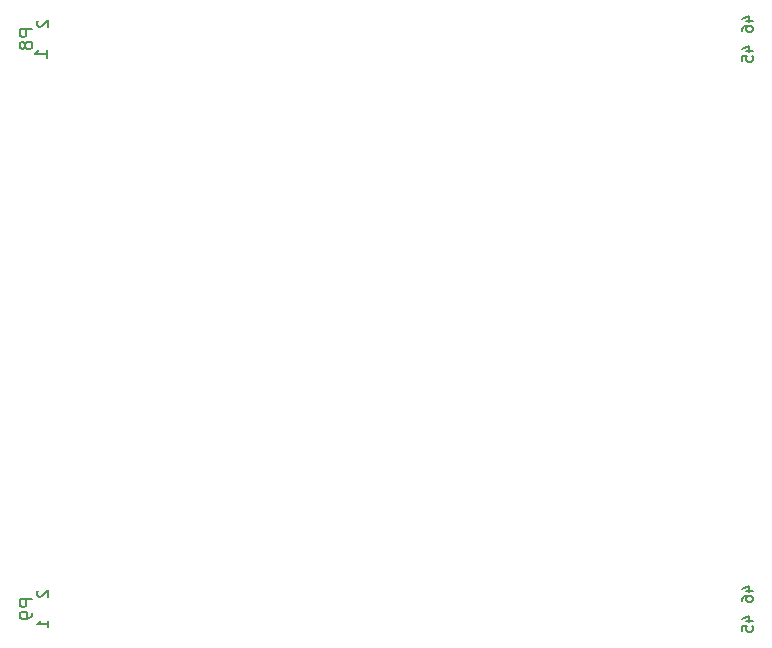
<source format=gbo>
G04 #@! TF.GenerationSoftware,KiCad,Pcbnew,8.0.6*
G04 #@! TF.CreationDate,2025-01-05T21:46:19-05:00*
G04 #@! TF.ProjectId,Beagle-AI-64-CAN-Part1,42656167-6c65-42d4-9149-2d36342d4341,rev?*
G04 #@! TF.SameCoordinates,Original*
G04 #@! TF.FileFunction,Legend,Bot*
G04 #@! TF.FilePolarity,Positive*
%FSLAX46Y46*%
G04 Gerber Fmt 4.6, Leading zero omitted, Abs format (unit mm)*
G04 Created by KiCad (PCBNEW 8.0.6) date 2025-01-05 21:46:19*
%MOMM*%
%LPD*%
G01*
G04 APERTURE LIST*
%ADD10C,0.190500*%
%ADD11C,0.152400*%
G04 APERTURE END LIST*
D10*
X122793983Y-79975226D02*
X121714483Y-79975226D01*
X121714483Y-79975226D02*
X121714483Y-80386464D01*
X121714483Y-80386464D02*
X121765888Y-80489274D01*
X121765888Y-80489274D02*
X121817293Y-80540679D01*
X121817293Y-80540679D02*
X121920102Y-80592083D01*
X121920102Y-80592083D02*
X122074317Y-80592083D01*
X122074317Y-80592083D02*
X122177126Y-80540679D01*
X122177126Y-80540679D02*
X122228531Y-80489274D01*
X122228531Y-80489274D02*
X122279936Y-80386464D01*
X122279936Y-80386464D02*
X122279936Y-79975226D01*
X122177126Y-81208941D02*
X122125721Y-81106131D01*
X122125721Y-81106131D02*
X122074317Y-81054726D01*
X122074317Y-81054726D02*
X121971507Y-81003322D01*
X121971507Y-81003322D02*
X121920102Y-81003322D01*
X121920102Y-81003322D02*
X121817293Y-81054726D01*
X121817293Y-81054726D02*
X121765888Y-81106131D01*
X121765888Y-81106131D02*
X121714483Y-81208941D01*
X121714483Y-81208941D02*
X121714483Y-81414560D01*
X121714483Y-81414560D02*
X121765888Y-81517369D01*
X121765888Y-81517369D02*
X121817293Y-81568774D01*
X121817293Y-81568774D02*
X121920102Y-81620179D01*
X121920102Y-81620179D02*
X121971507Y-81620179D01*
X121971507Y-81620179D02*
X122074317Y-81568774D01*
X122074317Y-81568774D02*
X122125721Y-81517369D01*
X122125721Y-81517369D02*
X122177126Y-81414560D01*
X122177126Y-81414560D02*
X122177126Y-81208941D01*
X122177126Y-81208941D02*
X122228531Y-81106131D01*
X122228531Y-81106131D02*
X122279936Y-81054726D01*
X122279936Y-81054726D02*
X122382745Y-81003322D01*
X122382745Y-81003322D02*
X122588364Y-81003322D01*
X122588364Y-81003322D02*
X122691174Y-81054726D01*
X122691174Y-81054726D02*
X122742579Y-81106131D01*
X122742579Y-81106131D02*
X122793983Y-81208941D01*
X122793983Y-81208941D02*
X122793983Y-81414560D01*
X122793983Y-81414560D02*
X122742579Y-81517369D01*
X122742579Y-81517369D02*
X122691174Y-81568774D01*
X122691174Y-81568774D02*
X122588364Y-81620179D01*
X122588364Y-81620179D02*
X122382745Y-81620179D01*
X122382745Y-81620179D02*
X122279936Y-81568774D01*
X122279936Y-81568774D02*
X122228531Y-81517369D01*
X122228531Y-81517369D02*
X122177126Y-81414560D01*
D11*
X123311035Y-79255257D02*
X123269911Y-79296381D01*
X123269911Y-79296381D02*
X123228787Y-79378628D01*
X123228787Y-79378628D02*
X123228787Y-79584247D01*
X123228787Y-79584247D02*
X123269911Y-79666495D01*
X123269911Y-79666495D02*
X123311035Y-79707619D01*
X123311035Y-79707619D02*
X123393283Y-79748742D01*
X123393283Y-79748742D02*
X123475530Y-79748742D01*
X123475530Y-79748742D02*
X123598902Y-79707619D01*
X123598902Y-79707619D02*
X124092387Y-79214133D01*
X124092387Y-79214133D02*
X124092387Y-79748742D01*
X183206654Y-79255257D02*
X183782387Y-79255257D01*
X182877664Y-79049638D02*
X183494521Y-78844019D01*
X183494521Y-78844019D02*
X183494521Y-79378628D01*
X182918787Y-80077733D02*
X182918787Y-79913238D01*
X182918787Y-79913238D02*
X182959911Y-79830990D01*
X182959911Y-79830990D02*
X183001035Y-79789866D01*
X183001035Y-79789866D02*
X183124406Y-79707619D01*
X183124406Y-79707619D02*
X183288902Y-79666495D01*
X183288902Y-79666495D02*
X183617892Y-79666495D01*
X183617892Y-79666495D02*
X183700140Y-79707619D01*
X183700140Y-79707619D02*
X183741264Y-79748742D01*
X183741264Y-79748742D02*
X183782387Y-79830990D01*
X183782387Y-79830990D02*
X183782387Y-79995485D01*
X183782387Y-79995485D02*
X183741264Y-80077733D01*
X183741264Y-80077733D02*
X183700140Y-80118857D01*
X183700140Y-80118857D02*
X183617892Y-80159980D01*
X183617892Y-80159980D02*
X183412273Y-80159980D01*
X183412273Y-80159980D02*
X183330025Y-80118857D01*
X183330025Y-80118857D02*
X183288902Y-80077733D01*
X183288902Y-80077733D02*
X183247778Y-79995485D01*
X183247778Y-79995485D02*
X183247778Y-79830990D01*
X183247778Y-79830990D02*
X183288902Y-79748742D01*
X183288902Y-79748742D02*
X183330025Y-79707619D01*
X183330025Y-79707619D02*
X183412273Y-79666495D01*
D10*
X124063983Y-82350429D02*
X124063983Y-81733572D01*
X124063983Y-82042000D02*
X122984483Y-82042000D01*
X122984483Y-82042000D02*
X123138698Y-81939191D01*
X123138698Y-81939191D02*
X123241507Y-81836381D01*
X123241507Y-81836381D02*
X123292912Y-81733572D01*
D11*
X123311035Y-127515257D02*
X123269911Y-127556381D01*
X123269911Y-127556381D02*
X123228787Y-127638628D01*
X123228787Y-127638628D02*
X123228787Y-127844247D01*
X123228787Y-127844247D02*
X123269911Y-127926495D01*
X123269911Y-127926495D02*
X123311035Y-127967619D01*
X123311035Y-127967619D02*
X123393283Y-128008742D01*
X123393283Y-128008742D02*
X123475530Y-128008742D01*
X123475530Y-128008742D02*
X123598902Y-127967619D01*
X123598902Y-127967619D02*
X124092387Y-127474133D01*
X124092387Y-127474133D02*
X124092387Y-128008742D01*
X183206654Y-130055257D02*
X183782387Y-130055257D01*
X182877664Y-129849638D02*
X183494521Y-129644019D01*
X183494521Y-129644019D02*
X183494521Y-130178628D01*
X182918787Y-130918857D02*
X182918787Y-130507619D01*
X182918787Y-130507619D02*
X183330025Y-130466495D01*
X183330025Y-130466495D02*
X183288902Y-130507619D01*
X183288902Y-130507619D02*
X183247778Y-130589866D01*
X183247778Y-130589866D02*
X183247778Y-130795485D01*
X183247778Y-130795485D02*
X183288902Y-130877733D01*
X183288902Y-130877733D02*
X183330025Y-130918857D01*
X183330025Y-130918857D02*
X183412273Y-130959980D01*
X183412273Y-130959980D02*
X183617892Y-130959980D01*
X183617892Y-130959980D02*
X183700140Y-130918857D01*
X183700140Y-130918857D02*
X183741264Y-130877733D01*
X183741264Y-130877733D02*
X183782387Y-130795485D01*
X183782387Y-130795485D02*
X183782387Y-130589866D01*
X183782387Y-130589866D02*
X183741264Y-130507619D01*
X183741264Y-130507619D02*
X183700140Y-130466495D01*
X183206654Y-127515257D02*
X183782387Y-127515257D01*
X182877664Y-127309638D02*
X183494521Y-127104019D01*
X183494521Y-127104019D02*
X183494521Y-127638628D01*
X182918787Y-128337733D02*
X182918787Y-128173238D01*
X182918787Y-128173238D02*
X182959911Y-128090990D01*
X182959911Y-128090990D02*
X183001035Y-128049866D01*
X183001035Y-128049866D02*
X183124406Y-127967619D01*
X183124406Y-127967619D02*
X183288902Y-127926495D01*
X183288902Y-127926495D02*
X183617892Y-127926495D01*
X183617892Y-127926495D02*
X183700140Y-127967619D01*
X183700140Y-127967619D02*
X183741264Y-128008742D01*
X183741264Y-128008742D02*
X183782387Y-128090990D01*
X183782387Y-128090990D02*
X183782387Y-128255485D01*
X183782387Y-128255485D02*
X183741264Y-128337733D01*
X183741264Y-128337733D02*
X183700140Y-128378857D01*
X183700140Y-128378857D02*
X183617892Y-128419980D01*
X183617892Y-128419980D02*
X183412273Y-128419980D01*
X183412273Y-128419980D02*
X183330025Y-128378857D01*
X183330025Y-128378857D02*
X183288902Y-128337733D01*
X183288902Y-128337733D02*
X183247778Y-128255485D01*
X183247778Y-128255485D02*
X183247778Y-128090990D01*
X183247778Y-128090990D02*
X183288902Y-128008742D01*
X183288902Y-128008742D02*
X183330025Y-127967619D01*
X183330025Y-127967619D02*
X183412273Y-127926495D01*
D10*
X122793983Y-128235226D02*
X121714483Y-128235226D01*
X121714483Y-128235226D02*
X121714483Y-128646464D01*
X121714483Y-128646464D02*
X121765888Y-128749274D01*
X121765888Y-128749274D02*
X121817293Y-128800679D01*
X121817293Y-128800679D02*
X121920102Y-128852083D01*
X121920102Y-128852083D02*
X122074317Y-128852083D01*
X122074317Y-128852083D02*
X122177126Y-128800679D01*
X122177126Y-128800679D02*
X122228531Y-128749274D01*
X122228531Y-128749274D02*
X122279936Y-128646464D01*
X122279936Y-128646464D02*
X122279936Y-128235226D01*
X122793983Y-129366131D02*
X122793983Y-129571750D01*
X122793983Y-129571750D02*
X122742579Y-129674560D01*
X122742579Y-129674560D02*
X122691174Y-129725964D01*
X122691174Y-129725964D02*
X122536959Y-129828774D01*
X122536959Y-129828774D02*
X122331340Y-129880179D01*
X122331340Y-129880179D02*
X121920102Y-129880179D01*
X121920102Y-129880179D02*
X121817293Y-129828774D01*
X121817293Y-129828774D02*
X121765888Y-129777369D01*
X121765888Y-129777369D02*
X121714483Y-129674560D01*
X121714483Y-129674560D02*
X121714483Y-129468941D01*
X121714483Y-129468941D02*
X121765888Y-129366131D01*
X121765888Y-129366131D02*
X121817293Y-129314726D01*
X121817293Y-129314726D02*
X121920102Y-129263322D01*
X121920102Y-129263322D02*
X122177126Y-129263322D01*
X122177126Y-129263322D02*
X122279936Y-129314726D01*
X122279936Y-129314726D02*
X122331340Y-129366131D01*
X122331340Y-129366131D02*
X122382745Y-129468941D01*
X122382745Y-129468941D02*
X122382745Y-129674560D01*
X122382745Y-129674560D02*
X122331340Y-129777369D01*
X122331340Y-129777369D02*
X122279936Y-129828774D01*
X122279936Y-129828774D02*
X122177126Y-129880179D01*
D11*
X124092387Y-130548742D02*
X124092387Y-130055257D01*
X124092387Y-130302000D02*
X123228787Y-130302000D01*
X123228787Y-130302000D02*
X123352159Y-130219752D01*
X123352159Y-130219752D02*
X123434406Y-130137504D01*
X123434406Y-130137504D02*
X123475530Y-130055257D01*
X183206654Y-81795257D02*
X183782387Y-81795257D01*
X182877664Y-81589638D02*
X183494521Y-81384019D01*
X183494521Y-81384019D02*
X183494521Y-81918628D01*
X182918787Y-82658857D02*
X182918787Y-82247619D01*
X182918787Y-82247619D02*
X183330025Y-82206495D01*
X183330025Y-82206495D02*
X183288902Y-82247619D01*
X183288902Y-82247619D02*
X183247778Y-82329866D01*
X183247778Y-82329866D02*
X183247778Y-82535485D01*
X183247778Y-82535485D02*
X183288902Y-82617733D01*
X183288902Y-82617733D02*
X183330025Y-82658857D01*
X183330025Y-82658857D02*
X183412273Y-82699980D01*
X183412273Y-82699980D02*
X183617892Y-82699980D01*
X183617892Y-82699980D02*
X183700140Y-82658857D01*
X183700140Y-82658857D02*
X183741264Y-82617733D01*
X183741264Y-82617733D02*
X183782387Y-82535485D01*
X183782387Y-82535485D02*
X183782387Y-82329866D01*
X183782387Y-82329866D02*
X183741264Y-82247619D01*
X183741264Y-82247619D02*
X183700140Y-82206495D01*
M02*

</source>
